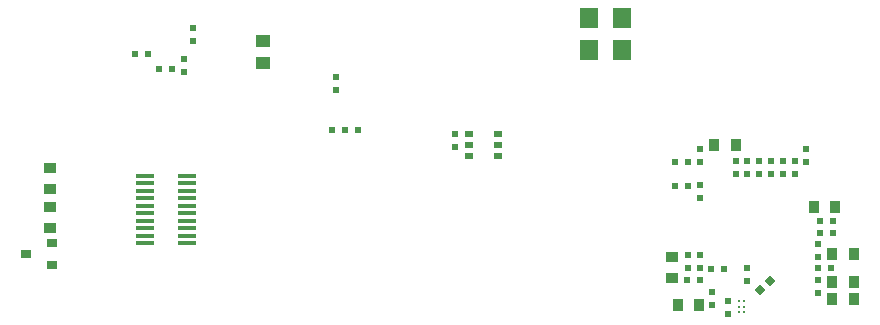
<source format=gbp>
G04 Layer_Color=128*
%FSLAX44Y44*%
%MOMM*%
G71*
G01*
G75*
%ADD11R,0.6000X0.6000*%
%ADD12R,0.9000X1.0000*%
%ADD18R,0.6000X0.6000*%
%ADD19R,1.6000X0.4000*%
%ADD20R,1.6000X0.4000*%
%ADD21R,1.0000X0.9000*%
%ADD28R,1.3000X1.0000*%
%ADD33R,1.6000X1.8000*%
%ADD79C,0.2500*%
%ADD80R,0.9000X0.6500*%
%ADD81P,0.8485X4X270.0*%
%ADD82R,0.8000X0.6000*%
D11*
X622500Y210000D02*
D03*
X611500D02*
D03*
X602000Y200500D02*
D03*
X591000D02*
D03*
X703250Y240500D02*
D03*
X714250D02*
D03*
X581000Y280000D02*
D03*
X592000D02*
D03*
X134250Y391375D02*
D03*
X123250D02*
D03*
X702000Y210500D02*
D03*
X713000D02*
D03*
X714250Y250500D02*
D03*
X703250D02*
D03*
X592000Y300000D02*
D03*
X581000D02*
D03*
X154750Y379375D02*
D03*
X143750D02*
D03*
X301500Y327500D02*
D03*
X290500D02*
D03*
X312500D02*
D03*
X301500D02*
D03*
D12*
X583000Y179500D02*
D03*
X601000D02*
D03*
X732000Y198500D02*
D03*
X714000D02*
D03*
X732000Y184000D02*
D03*
X714000D02*
D03*
X716500Y262500D02*
D03*
X698500D02*
D03*
X732000Y222500D02*
D03*
X714000D02*
D03*
X632000Y314500D02*
D03*
X614000D02*
D03*
D18*
X602000Y269500D02*
D03*
Y280500D02*
D03*
X682000Y301000D02*
D03*
Y290000D02*
D03*
X652000Y301000D02*
D03*
Y290000D02*
D03*
X602000Y221500D02*
D03*
Y210500D02*
D03*
X642000Y210500D02*
D03*
Y199500D02*
D03*
X625750Y182804D02*
D03*
Y171804D02*
D03*
X632000Y290000D02*
D03*
Y301000D02*
D03*
X672000D02*
D03*
Y290000D02*
D03*
X601500Y300500D02*
D03*
Y311500D02*
D03*
X165250Y387375D02*
D03*
Y376375D02*
D03*
X692000Y300500D02*
D03*
Y311500D02*
D03*
X702000Y219500D02*
D03*
Y230500D02*
D03*
X293500Y361500D02*
D03*
Y372500D02*
D03*
X172250Y413375D02*
D03*
Y402375D02*
D03*
X612000Y179500D02*
D03*
Y190500D02*
D03*
X642000Y301000D02*
D03*
Y290000D02*
D03*
X662000Y301000D02*
D03*
Y290000D02*
D03*
X592000Y210500D02*
D03*
Y221500D02*
D03*
X702000Y200000D02*
D03*
Y189000D02*
D03*
X394583Y323571D02*
D03*
Y312571D02*
D03*
D19*
X132000Y231425D02*
D03*
X168000D02*
D03*
Y237775D02*
D03*
X132000D02*
D03*
X168000Y244125D02*
D03*
X132000D02*
D03*
X168000Y250475D02*
D03*
X132000D02*
D03*
X168000Y256825D02*
D03*
X132000D02*
D03*
D20*
X168000Y263175D02*
D03*
X132000D02*
D03*
X168000Y269525D02*
D03*
X132000D02*
D03*
X168000Y275875D02*
D03*
X132000D02*
D03*
X168000Y282225D02*
D03*
X132000D02*
D03*
X168000Y288575D02*
D03*
X132000D02*
D03*
D21*
X52000Y262175D02*
D03*
Y244175D02*
D03*
X578000Y220000D02*
D03*
Y202000D02*
D03*
X52000Y277000D02*
D03*
Y295000D02*
D03*
D28*
X231750Y383750D02*
D03*
Y402750D02*
D03*
D33*
X536000Y395000D02*
D03*
X508000D02*
D03*
X536000Y422000D02*
D03*
X508000D02*
D03*
D79*
X635000Y173304D02*
D03*
Y177804D02*
D03*
Y182304D02*
D03*
X639500Y173304D02*
D03*
Y177804D02*
D03*
Y182304D02*
D03*
D80*
X53500Y232000D02*
D03*
Y213000D02*
D03*
X31500Y222500D02*
D03*
D81*
X660889Y199389D02*
D03*
X653111Y191611D02*
D03*
D82*
X431000Y324000D02*
D03*
Y305000D02*
D03*
X406000Y314500D02*
D03*
X431000D02*
D03*
X406000Y324000D02*
D03*
Y305000D02*
D03*
M02*

</source>
